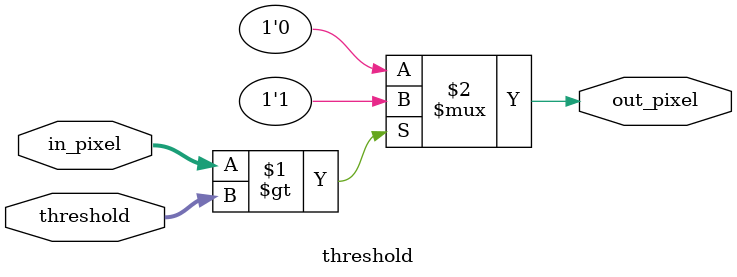
<source format=v>
module threshold (
    input [7:0] in_pixel,
    input [7:0] threshold,
    output out_pixel
);
    assign out_pixel = (in_pixel > threshold) ? 1'b1 : 1'b0;
endmodule
</source>
